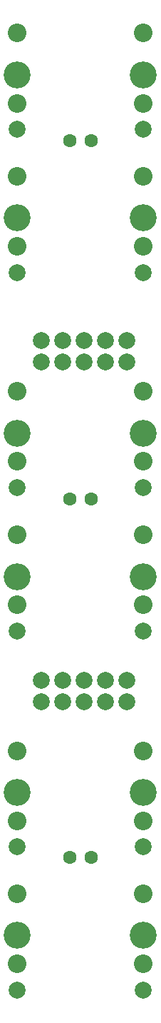
<source format=gbs>
G04 Layer_Color=16711935*
%FSLAX25Y25*%
%MOIN*%
G70*
G01*
G75*
%ADD18C,0.07887*%
%ADD19C,0.08674*%
%ADD20C,0.12611*%
%ADD21C,0.07887*%
%ADD22C,0.06312*%
D18*
X29528Y8740D02*
D03*
Y75669D02*
D03*
X88583D02*
D03*
X29528Y343779D02*
D03*
X88583D02*
D03*
X29528Y176390D02*
D03*
X88583D02*
D03*
X29528Y243386D02*
D03*
Y410709D02*
D03*
X88583D02*
D03*
Y243386D02*
D03*
Y8740D02*
D03*
D19*
X29528Y20945D02*
D03*
Y53622D02*
D03*
Y87874D02*
D03*
Y120551D02*
D03*
X88583Y87874D02*
D03*
Y120551D02*
D03*
X29528Y355984D02*
D03*
Y388661D02*
D03*
X88583Y355984D02*
D03*
Y388661D02*
D03*
X29528Y188594D02*
D03*
Y221272D02*
D03*
X88583Y188594D02*
D03*
Y221272D02*
D03*
X29528Y255591D02*
D03*
Y288268D02*
D03*
Y422913D02*
D03*
Y455590D02*
D03*
X88583Y422913D02*
D03*
Y455590D02*
D03*
Y255591D02*
D03*
Y288268D02*
D03*
Y20945D02*
D03*
Y53622D02*
D03*
D20*
X29528Y34252D02*
D03*
Y101181D02*
D03*
X88583D02*
D03*
X29528Y369291D02*
D03*
X88583D02*
D03*
X29528Y201902D02*
D03*
X88583D02*
D03*
X29528Y268898D02*
D03*
Y436220D02*
D03*
X88583D02*
D03*
Y268898D02*
D03*
Y34252D02*
D03*
D21*
X80630Y302205D02*
D03*
X70630D02*
D03*
X60630D02*
D03*
X50630D02*
D03*
X40630D02*
D03*
Y312205D02*
D03*
X50630D02*
D03*
X60630D02*
D03*
X70630D02*
D03*
X80630D02*
D03*
X40630Y153543D02*
D03*
Y143543D02*
D03*
X50630D02*
D03*
Y153543D02*
D03*
X60630Y143543D02*
D03*
Y153543D02*
D03*
X70630Y143543D02*
D03*
Y153543D02*
D03*
X80630Y143543D02*
D03*
Y153543D02*
D03*
D22*
X54035Y405512D02*
D03*
X64035D02*
D03*
X53976Y70866D02*
D03*
X63976D02*
D03*
X64139Y238090D02*
D03*
X54139D02*
D03*
M02*

</source>
